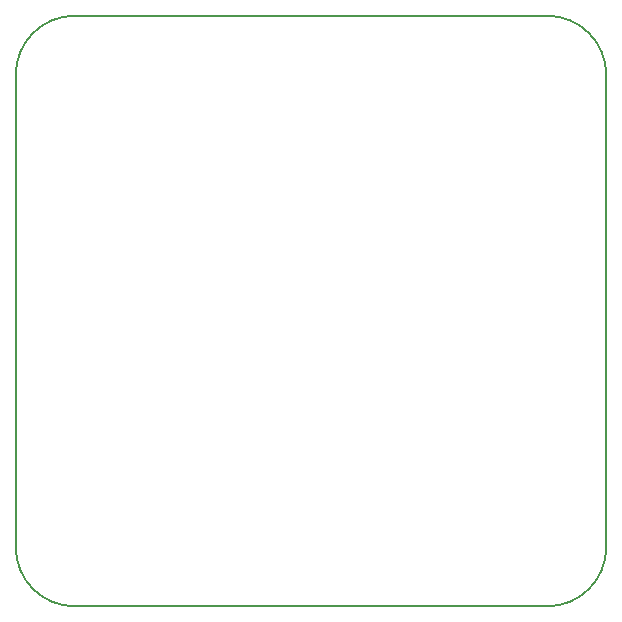
<source format=gbr>
%TF.GenerationSoftware,KiCad,Pcbnew,6.0.11+dfsg-1*%
%TF.CreationDate,2023-12-17T01:08:28-05:00*%
%TF.ProjectId,28byj_controller,32386279-6a5f-4636-9f6e-74726f6c6c65,rev?*%
%TF.SameCoordinates,Original*%
%TF.FileFunction,Profile,NP*%
%FSLAX46Y46*%
G04 Gerber Fmt 4.6, Leading zero omitted, Abs format (unit mm)*
G04 Created by KiCad (PCBNEW 6.0.11+dfsg-1) date 2023-12-17 01:08:28*
%MOMM*%
%LPD*%
G01*
G04 APERTURE LIST*
%TA.AperFunction,Profile*%
%ADD10C,0.150000*%
%TD*%
G04 APERTURE END LIST*
D10*
X100000000Y-95000000D02*
X100000000Y-55000000D01*
X150000000Y-55000000D02*
X150000000Y-95000000D01*
X145000000Y-100000000D02*
G75*
G03*
X150000000Y-95000000I0J5000000D01*
G01*
X105000000Y-50000000D02*
X145000000Y-50000000D01*
X150000000Y-55000000D02*
G75*
G03*
X145000000Y-50000000I-5000000J0D01*
G01*
X100000000Y-95000000D02*
G75*
G03*
X105000000Y-100000000I5000000J0D01*
G01*
X145000000Y-100000000D02*
X105000000Y-100000000D01*
X105000000Y-50000000D02*
G75*
G03*
X100000000Y-55000000I0J-5000000D01*
G01*
M02*

</source>
